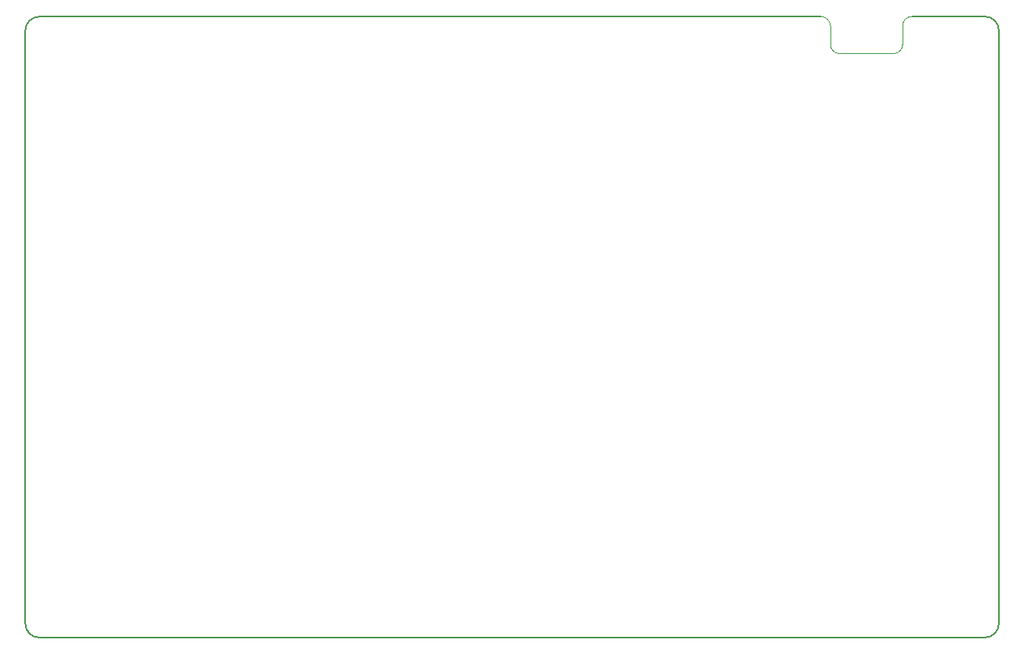
<source format=gbr>
G04 #@! TF.GenerationSoftware,KiCad,Pcbnew,7.0.10*
G04 #@! TF.CreationDate,2024-02-09T18:03:29-08:00*
G04 #@! TF.ProjectId,4x3,3478332e-6b69-4636-9164-5f7063625858,rev?*
G04 #@! TF.SameCoordinates,Original*
G04 #@! TF.FileFunction,Profile,NP*
%FSLAX46Y46*%
G04 Gerber Fmt 4.6, Leading zero omitted, Abs format (unit mm)*
G04 Created by KiCad (PCBNEW 7.0.10) date 2024-02-09 18:03:29*
%MOMM*%
%LPD*%
G01*
G04 APERTURE LIST*
G04 #@! TA.AperFunction,Profile*
%ADD10C,0.050000*%
G04 #@! TD*
G04 #@! TA.AperFunction,Profile*
%ADD11C,0.200000*%
G04 #@! TD*
G04 APERTURE END LIST*
D10*
X235500000Y-102000000D02*
G75*
G03*
X236500000Y-103000000I1000000J0D01*
G01*
X242310000Y-103000000D02*
G75*
G03*
X243310000Y-102000000I0J1000000D01*
G01*
X244310000Y-99000001D02*
G75*
G03*
X243310001Y-99940000I-30000J-969999D01*
G01*
X235499998Y-100000000D02*
G75*
G03*
X234480000Y-99000001I-1009998J-9998D01*
G01*
X243310000Y-99940000D02*
X243310000Y-102000000D01*
X236500000Y-103000000D02*
X242310000Y-103000000D01*
X235500000Y-100000000D02*
X235500000Y-102000000D01*
D11*
X244310000Y-99000000D02*
X252200000Y-99000000D01*
X252200000Y-166200000D02*
G75*
G03*
X253700000Y-164700000I0J1500000D01*
G01*
X148500000Y-164700000D02*
G75*
G03*
X150000000Y-166200000I1500000J0D01*
G01*
X252200000Y-166200000D02*
X150000000Y-166200000D01*
X253700000Y-100500000D02*
G75*
G03*
X252200000Y-99000000I-1500000J0D01*
G01*
X253700000Y-100500000D02*
X253700000Y-164700000D01*
X150000000Y-99000000D02*
G75*
G03*
X148500000Y-100500000I0J-1500000D01*
G01*
X148500000Y-164700000D02*
X148500000Y-100500000D01*
X150000000Y-99000000D02*
X234480000Y-99000000D01*
M02*

</source>
